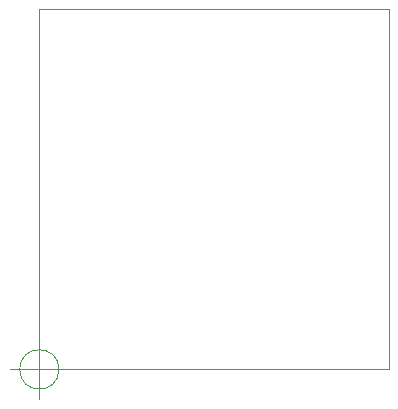
<source format=gbr>
G04 #@! TF.GenerationSoftware,KiCad,Pcbnew,(6.99.0-1917-g23fb4c7433)*
G04 #@! TF.CreationDate,2022-06-21T14:10:18+10:00*
G04 #@! TF.ProjectId,JtagArm20Adapter,4a746167-4172-46d3-9230-416461707465,rev?*
G04 #@! TF.SameCoordinates,PX8404630PY68290a0*
G04 #@! TF.FileFunction,Paste,Bot*
G04 #@! TF.FilePolarity,Positive*
%FSLAX46Y46*%
G04 Gerber Fmt 4.6, Leading zero omitted, Abs format (unit mm)*
G04 Created by KiCad (PCBNEW (6.99.0-1917-g23fb4c7433)) date 2022-06-21 14:10:18*
%MOMM*%
%LPD*%
G01*
G04 APERTURE LIST*
G04 #@! TA.AperFunction,Profile*
%ADD10C,0.050000*%
G04 #@! TD*
G04 APERTURE END LIST*
D10*
X1667462Y-1320D02*
G75*
G03*
X1667462Y-1320I-1666666J0D01*
G01*
X-2499204Y-1320D02*
X2500796Y-1320D01*
X796Y2498680D02*
X796Y-2501320D01*
X0Y0D02*
X0Y30480000D01*
X29570000Y30480000D02*
X29570000Y0D01*
X0Y30480000D02*
X29570000Y30480000D01*
X29570000Y0D02*
X0Y0D01*
M02*

</source>
